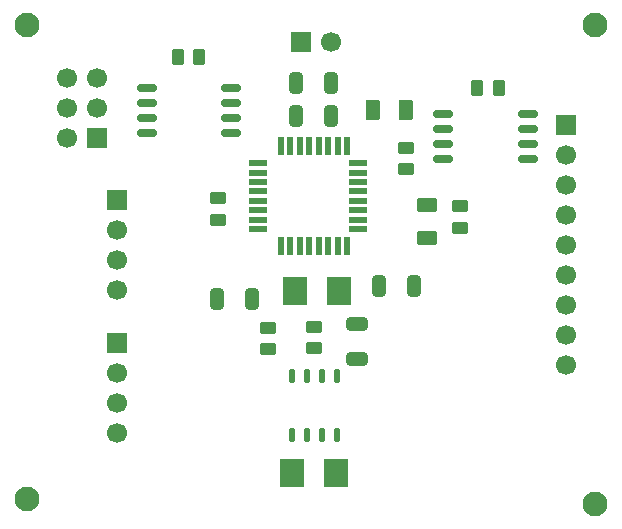
<source format=gbr>
%TF.GenerationSoftware,KiCad,Pcbnew,9.0.1*%
%TF.CreationDate,2025-11-16T15:10:03+03:00*%
%TF.ProjectId,MCU Datalogger wirh 512KB EEPROM,4d435520-4461-4746-916c-6f6767657220,1*%
%TF.SameCoordinates,Original*%
%TF.FileFunction,Soldermask,Top*%
%TF.FilePolarity,Negative*%
%FSLAX46Y46*%
G04 Gerber Fmt 4.6, Leading zero omitted, Abs format (unit mm)*
G04 Created by KiCad (PCBNEW 9.0.1) date 2025-11-16 15:10:03*
%MOMM*%
%LPD*%
G01*
G04 APERTURE LIST*
G04 Aperture macros list*
%AMRoundRect*
0 Rectangle with rounded corners*
0 $1 Rounding radius*
0 $2 $3 $4 $5 $6 $7 $8 $9 X,Y pos of 4 corners*
0 Add a 4 corners polygon primitive as box body*
4,1,4,$2,$3,$4,$5,$6,$7,$8,$9,$2,$3,0*
0 Add four circle primitives for the rounded corners*
1,1,$1+$1,$2,$3*
1,1,$1+$1,$4,$5*
1,1,$1+$1,$6,$7*
1,1,$1+$1,$8,$9*
0 Add four rect primitives between the rounded corners*
20,1,$1+$1,$2,$3,$4,$5,0*
20,1,$1+$1,$4,$5,$6,$7,0*
20,1,$1+$1,$6,$7,$8,$9,0*
20,1,$1+$1,$8,$9,$2,$3,0*%
G04 Aperture macros list end*
%ADD10C,2.100000*%
%ADD11RoundRect,0.162500X-0.650000X-0.162500X0.650000X-0.162500X0.650000X0.162500X-0.650000X0.162500X0*%
%ADD12RoundRect,0.250000X-0.325000X-0.650000X0.325000X-0.650000X0.325000X0.650000X-0.325000X0.650000X0*%
%ADD13R,2.000000X2.400000*%
%ADD14RoundRect,0.250000X0.625000X-0.375000X0.625000X0.375000X-0.625000X0.375000X-0.625000X-0.375000X0*%
%ADD15RoundRect,0.250000X0.450000X-0.262500X0.450000X0.262500X-0.450000X0.262500X-0.450000X-0.262500X0*%
%ADD16RoundRect,0.250000X-0.650000X0.325000X-0.650000X-0.325000X0.650000X-0.325000X0.650000X0.325000X0*%
%ADD17C,1.700000*%
%ADD18R,1.700000X1.700000*%
%ADD19RoundRect,0.250000X-0.262500X-0.450000X0.262500X-0.450000X0.262500X0.450000X-0.262500X0.450000X0*%
%ADD20RoundRect,0.078000X-0.182000X-0.492000X0.182000X-0.492000X0.182000X0.492000X-0.182000X0.492000X0*%
%ADD21RoundRect,0.250000X0.375000X0.625000X-0.375000X0.625000X-0.375000X-0.625000X0.375000X-0.625000X0*%
%ADD22R,1.600000X0.550000*%
%ADD23R,0.550000X1.600000*%
G04 APERTURE END LIST*
D10*
%TO.C,H3*%
X111658400Y-118795800D03*
%TD*%
D11*
%TO.C,U2*%
X154018500Y-86257100D03*
X154018500Y-87527100D03*
X154018500Y-88797100D03*
X154018500Y-90067100D03*
X146843500Y-90067100D03*
X146843500Y-88797100D03*
X146843500Y-87527100D03*
X146843500Y-86257100D03*
%TD*%
D12*
%TO.C,C5*%
X137393500Y-83587100D03*
X134443500Y-83587100D03*
%TD*%
D13*
%TO.C,Y1*%
X134318500Y-101187100D03*
X138018500Y-101187100D03*
%TD*%
D14*
%TO.C,D2*%
X145493500Y-93937100D03*
X145493500Y-96737100D03*
%TD*%
D15*
%TO.C,R7*%
X143718500Y-89074600D03*
X143718500Y-90899600D03*
%TD*%
%TO.C,R4*%
X132043500Y-104312100D03*
X132043500Y-106137100D03*
%TD*%
D16*
%TO.C,C4*%
X139593500Y-106962100D03*
X139593500Y-104012100D03*
%TD*%
D15*
%TO.C,R6*%
X127843500Y-93349600D03*
X127843500Y-95174600D03*
%TD*%
D17*
%TO.C,J3*%
X157268500Y-107502100D03*
X157268500Y-104962100D03*
X157268500Y-102422100D03*
X157268500Y-99882100D03*
X157268500Y-97342100D03*
X157268500Y-94802100D03*
X157268500Y-92262100D03*
X157268500Y-89722100D03*
D18*
X157268500Y-87182100D03*
%TD*%
D13*
%TO.C,Y2*%
X137793500Y-116587100D03*
X134093500Y-116587100D03*
%TD*%
D17*
%TO.C,BT1*%
X137368500Y-80162100D03*
D18*
X134828500Y-80162100D03*
%TD*%
D17*
%TO.C,J1*%
X119293500Y-101112100D03*
X119293500Y-98572100D03*
X119293500Y-96032100D03*
D18*
X119293500Y-93492100D03*
%TD*%
D12*
%TO.C,C3*%
X144368500Y-100812100D03*
X141418500Y-100812100D03*
%TD*%
D10*
%TO.C,H2*%
X159715200Y-78714600D03*
%TD*%
D12*
%TO.C,C2*%
X130693500Y-101887100D03*
X127743500Y-101887100D03*
%TD*%
D11*
%TO.C,U1*%
X128943500Y-84067100D03*
X128943500Y-85337100D03*
X128943500Y-86607100D03*
X128943500Y-87877100D03*
X121768500Y-87877100D03*
X121768500Y-86607100D03*
X121768500Y-85337100D03*
X121768500Y-84067100D03*
%TD*%
D15*
%TO.C,R5*%
X135943500Y-104237100D03*
X135943500Y-106062100D03*
%TD*%
D10*
%TO.C,H4*%
X159715200Y-119253000D03*
%TD*%
D15*
%TO.C,R1*%
X148268500Y-94049600D03*
X148268500Y-95874600D03*
%TD*%
D19*
%TO.C,R3*%
X151568500Y-84012100D03*
X149743500Y-84012100D03*
%TD*%
D12*
%TO.C,C1*%
X137393900Y-86431100D03*
X134443900Y-86431100D03*
%TD*%
D20*
%TO.C,U3*%
X134083500Y-108409600D03*
X135353500Y-108409600D03*
X136623500Y-108409600D03*
X137893500Y-108409600D03*
X137893500Y-113449600D03*
X136623500Y-113449600D03*
X135353500Y-113449600D03*
X134083500Y-113449600D03*
%TD*%
D17*
%TO.C,J4*%
X115053500Y-83207100D03*
X117593500Y-83207100D03*
X115053500Y-85747100D03*
X117593500Y-85747100D03*
X115053500Y-88287100D03*
D18*
X117593500Y-88287100D03*
%TD*%
D21*
%TO.C,D1*%
X140893500Y-85887100D03*
X143693500Y-85887100D03*
%TD*%
D10*
%TO.C,H1*%
X111658400Y-78714600D03*
%TD*%
D19*
%TO.C,R2*%
X126231000Y-81437100D03*
X124406000Y-81437100D03*
%TD*%
D22*
%TO.C,IC1*%
X131168500Y-95987100D03*
X131168500Y-95187100D03*
X131168500Y-94387100D03*
X131168500Y-93587100D03*
X131168500Y-92787100D03*
X131168500Y-91987100D03*
X131168500Y-91187100D03*
X131168500Y-90387100D03*
D23*
X133143500Y-88937100D03*
X133943500Y-88937100D03*
X134743500Y-88937100D03*
X135543500Y-88937100D03*
X136343500Y-88937100D03*
X137143500Y-88937100D03*
X137943500Y-88937100D03*
X138743500Y-88937100D03*
D22*
X139668500Y-90387100D03*
X139668500Y-91187100D03*
X139668500Y-91987100D03*
X139668500Y-92787100D03*
X139668500Y-93587100D03*
X139668500Y-94387100D03*
X139668500Y-95187100D03*
X139668500Y-95987100D03*
D23*
X138743500Y-97437100D03*
X137943500Y-97437100D03*
X137143500Y-97437100D03*
X136343500Y-97437100D03*
X135543500Y-97437100D03*
X134743500Y-97437100D03*
X133943500Y-97437100D03*
X133143500Y-97437100D03*
%TD*%
D17*
%TO.C,J2*%
X119293500Y-113247100D03*
X119293500Y-110707100D03*
X119293500Y-108167100D03*
D18*
X119293500Y-105627100D03*
%TD*%
M02*

</source>
